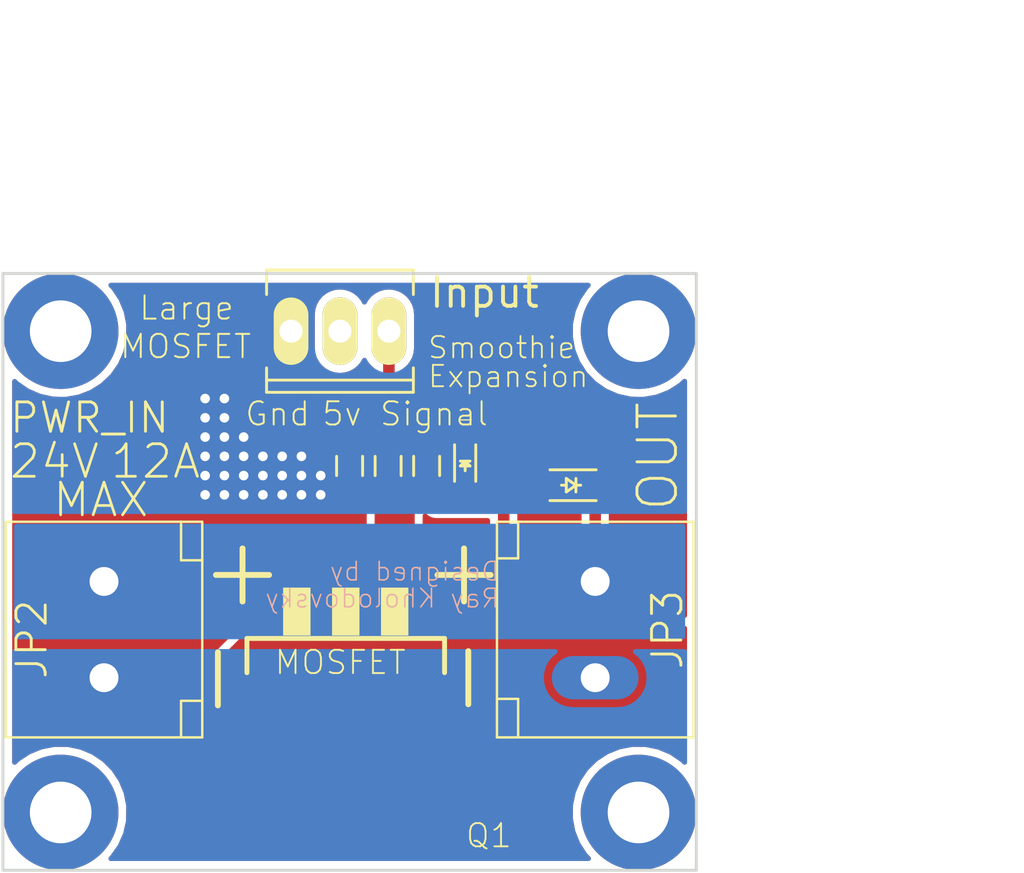
<source format=kicad_pcb>
(kicad_pcb (version 4) (host pcbnew 4.0.2-stable)

  (general
    (links 40)
    (no_connects 0)
    (area 101.7726 75.65 187.5 120.6524)
    (thickness 1.6)
    (drawings 25)
    (tracks 35)
    (zones 0)
    (modules 40)
    (nets 7)
  )

  (page A4)
  (layers
    (0 Top signal hide)
    (31 Bottom signal hide)
    (32 B.Adhes user)
    (33 F.Adhes user)
    (34 B.Paste user)
    (35 F.Paste user)
    (36 B.SilkS user hide)
    (37 F.SilkS user)
    (38 B.Mask user)
    (39 F.Mask user)
    (40 Dwgs.User user)
    (41 Cmts.User user)
    (42 Eco1.User user)
    (43 Eco2.User user)
    (44 Edge.Cuts user)
    (45 Margin user)
    (46 B.CrtYd user)
    (47 F.CrtYd user)
    (48 B.Fab user)
    (49 F.Fab user)
  )

  (setup
    (last_trace_width 0.6)
    (user_trace_width 0.6)
    (user_trace_width 3.8)
    (trace_clearance 0.1524)
    (zone_clearance 0.4064)
    (zone_45_only no)
    (trace_min 0.2)
    (segment_width 0.2)
    (edge_width 0.15)
    (via_size 0.6)
    (via_drill 0.4)
    (via_min_size 0.4)
    (via_min_drill 0.3)
    (uvia_size 0.3)
    (uvia_drill 0.1)
    (uvias_allowed no)
    (uvia_min_size 0.2)
    (uvia_min_drill 0.1)
    (pcb_text_width 0.3)
    (pcb_text_size 1.5 1.5)
    (mod_edge_width 0.15)
    (mod_text_size 1 1)
    (mod_text_width 0.15)
    (pad_size 0.86 0.86)
    (pad_drill 0.5)
    (pad_to_mask_clearance 0.2)
    (aux_axis_origin 0 0)
    (grid_origin 133.5 92.5)
    (visible_elements 7FFFFF7F)
    (pcbplotparams
      (layerselection 0x010fc_80000001)
      (usegerberextensions true)
      (excludeedgelayer true)
      (linewidth 0.100000)
      (plotframeref false)
      (viasonmask false)
      (mode 1)
      (useauxorigin false)
      (hpglpennumber 1)
      (hpglpenspeed 20)
      (hpglpendiameter 15)
      (hpglpenoverlay 2)
      (psnegative false)
      (psa4output false)
      (plotreference true)
      (plotvalue true)
      (plotinvisibletext false)
      (padsonsilk false)
      (subtractmaskfromsilk false)
      (outputformat 1)
      (mirror false)
      (drillshape 0)
      (scaleselection 1)
      (outputdirectory Gerber))
  )

  (net 0 "")
  (net 1 GND)
  (net 2 /FET-LOGIC-IN)
  (net 3 /HEATERVIN)
  (net 4 /E1-CONTROL)
  (net 5 "Net-(Q1-Pad1)")
  (net 6 "Net-(LED7-Pad1)")

  (net_class Default "This is the default net class."
    (clearance 0.1524)
    (trace_width 0.6)
    (via_dia 0.6)
    (via_drill 0.4)
    (uvia_dia 0.3)
    (uvia_drill 0.1)
    (add_net /FET-LOGIC-IN)
    (add_net GND)
    (add_net "Net-(LED7-Pad1)")
    (add_net "Net-(Q1-Pad1)")
  )

  (net_class power ""
    (clearance 0.1524)
    (trace_width 3.8)
    (via_dia 0.6)
    (via_drill 0.4)
    (uvia_dia 0.3)
    (uvia_drill 0.1)
    (add_net /E1-CONTROL)
    (add_net /HEATERVIN)
  )

  (module SBV2_Footprints:M3_Mounting_Hole (layer Top) (tedit 5752340A) (tstamp 57522631)
    (at 133.5 92.5)
    (path /573F3B65)
    (fp_text reference M1 (at 0 -0.5) (layer F.SilkS) hide
      (effects (font (size 1 1) (thickness 0.15)))
    )
    (fp_text value MH_3.2mm (at 0 -4.318) (layer F.Fab) hide
      (effects (font (size 1 1) (thickness 0.15)))
    )
    (pad "" np_thru_hole circle (at 0 0) (size 6 6) (drill 3.2) (layers *.Cu *.Mask))
  )

  (module SBV2_Footprints:M3_Mounting_Hole (layer Top) (tedit 57523406) (tstamp 57522636)
    (at 163.5 92.5)
    (path /573F3BEA)
    (fp_text reference M2 (at 0 0) (layer F.SilkS) hide
      (effects (font (size 1 1) (thickness 0.15)))
    )
    (fp_text value MH_3.2mm (at 0 -4.318) (layer F.Fab) hide
      (effects (font (size 1 1) (thickness 0.15)))
    )
    (pad "" np_thru_hole circle (at 0 0) (size 6 6) (drill 3.2) (layers *.Cu *.Mask))
  )

  (module SBV2_Footprints:M3_Mounting_Hole (layer Top) (tedit 5752347E) (tstamp 5752263B)
    (at 133.5 117.5)
    (path /575224B1)
    (fp_text reference M3 (at 0 0) (layer F.SilkS) hide
      (effects (font (size 1 1) (thickness 0.15)))
    )
    (fp_text value MH_3.2mm (at 0 0) (layer F.Fab) hide
      (effects (font (size 1 1) (thickness 0.15)))
    )
    (pad "" np_thru_hole circle (at 0 0) (size 6 6) (drill 3.2) (layers *.Cu *.Mask))
  )

  (module SBV2_Footprints:M3_Mounting_Hole (layer Top) (tedit 57523481) (tstamp 57522640)
    (at 163.5 117.5)
    (path /575224EC)
    (fp_text reference M4 (at 0 0) (layer F.SilkS) hide
      (effects (font (size 1 1) (thickness 0.15)))
    )
    (fp_text value MH_3.2mm (at 0 0) (layer F.Fab) hide
      (effects (font (size 1 1) (thickness 0.15)))
    )
    (pad "" np_thru_hole circle (at 0 0) (size 6 6) (drill 3.2) (layers *.Cu *.Mask))
  )

  (module Diodes_SMD:SOD-323 (layer Top) (tedit 57523632) (tstamp 575229E2)
    (at 160 100.5 180)
    (descr SOD-323)
    (tags SOD-323)
    (path /57522938)
    (attr smd)
    (fp_text reference D11 (at 0 0 180) (layer F.SilkS) hide
      (effects (font (size 1 1) (thickness 0.15)))
    )
    (fp_text value 1N4148 (at -4.5 0 180) (layer F.Fab) hide
      (effects (font (size 1 1) (thickness 0.15)))
    )
    (fp_line (start 0.25 0) (end 0.5 0) (layer F.SilkS) (width 0.15))
    (fp_line (start -0.25 0) (end -0.5 0) (layer F.SilkS) (width 0.15))
    (fp_line (start -0.25 0) (end 0.25 -0.35) (layer F.SilkS) (width 0.15))
    (fp_line (start 0.25 -0.35) (end 0.25 0.35) (layer F.SilkS) (width 0.15))
    (fp_line (start 0.25 0.35) (end -0.25 0) (layer F.SilkS) (width 0.15))
    (fp_line (start -0.25 -0.35) (end -0.25 0.35) (layer F.SilkS) (width 0.15))
    (fp_line (start -1.5 -0.95) (end 1.5 -0.95) (layer F.CrtYd) (width 0.05))
    (fp_line (start 1.5 -0.95) (end 1.5 0.95) (layer F.CrtYd) (width 0.05))
    (fp_line (start -1.5 0.95) (end 1.5 0.95) (layer F.CrtYd) (width 0.05))
    (fp_line (start -1.5 -0.95) (end -1.5 0.95) (layer F.CrtYd) (width 0.05))
    (fp_line (start -1.3 0.8) (end 1.1 0.8) (layer F.SilkS) (width 0.15))
    (fp_line (start -1.3 -0.8) (end 1.1 -0.8) (layer F.SilkS) (width 0.15))
    (pad 1 smd rect (at -1.055 0 180) (size 0.59 0.45) (layers Top F.Paste F.Mask)
      (net 3 /HEATERVIN))
    (pad 2 smd rect (at 1.055 0 180) (size 0.59 0.45) (layers Top F.Paste F.Mask)
      (net 4 /E1-CONTROL))
  )

  (module SBV2_Footprints:Hdr_MOLEX-KK-RM2-54mm_Lock_3pin_straight (layer Top) (tedit 57523488) (tstamp 575229E7)
    (at 148 92.5)
    (descr "Header, MOLEX, KK, RM 2.54mm, Lock, 3pin, straight,")
    (tags "Header, MOLEX, KK, RM 2.54mm, Lock, 3pin, straight,")
    (path /5752267E)
    (fp_text reference JP1 (at 0 -4.064) (layer F.SilkS) hide
      (effects (font (size 1 1) (thickness 0.15)))
    )
    (fp_text value Input (at 7.5 -2) (layer F.SilkS)
      (effects (font (size 1.5 1.5) (thickness 0.2)))
    )
    (fp_line (start 3.81 2.54) (end -3.81 2.54) (layer F.SilkS) (width 0.15))
    (fp_line (start 3.81 1.905) (end 3.81 3.175) (layer F.SilkS) (width 0.15))
    (fp_line (start -3.81 -1.905) (end -3.81 -3.175) (layer F.SilkS) (width 0.15))
    (fp_line (start -3.81 -3.175) (end 3.81 -3.175) (layer F.SilkS) (width 0.15))
    (fp_line (start 3.81 -3.175) (end 3.81 -1.905) (layer F.SilkS) (width 0.15))
    (fp_line (start 3.81 3.175) (end -3.81 3.175) (layer F.SilkS) (width 0.15))
    (fp_line (start -3.81 3.175) (end -3.81 1.905) (layer F.SilkS) (width 0.15))
    (pad 1 thru_hole oval (at -2.54 0) (size 1.80086 3.50012) (drill 1.19888) (layers *.Cu *.Mask F.SilkS)
      (net 1 GND))
    (pad 2 thru_hole oval (at 0 0) (size 1.80086 3.50012) (drill 1.19888) (layers *.Cu *.Mask F.SilkS))
    (pad 3 thru_hole oval (at 2.54 0) (size 1.80086 3.50012) (drill 1.19888) (layers *.Cu *.Mask F.SilkS)
      (net 2 /FET-LOGIC-IN))
    (model walter/conn_kk100/22-23-2031.wrl
      (at (xyz 0 0 0))
      (scale (xyz 1 1 1))
      (rotate (xyz 0 0 180))
    )
  )

  (module LEDs:LED-0603 (layer Top) (tedit 57523636) (tstamp 575229ED)
    (at 154.5 99.5 270)
    (descr "LED 0603 smd package")
    (tags "LED led 0603 SMD smd SMT smt smdled SMDLED smtled SMTLED")
    (path /575228BB)
    (attr smd)
    (fp_text reference LED7 (at 0 0 270) (layer F.SilkS) hide
      (effects (font (size 1 1) (thickness 0.15)))
    )
    (fp_text value LED (at 3 0 270) (layer F.Fab) hide
      (effects (font (size 1 1) (thickness 0.15)))
    )
    (fp_line (start -1.1 0.55) (end 0.8 0.55) (layer F.SilkS) (width 0.15))
    (fp_line (start -1.1 -0.55) (end 0.8 -0.55) (layer F.SilkS) (width 0.15))
    (fp_line (start -0.2 0) (end 0.25 0) (layer F.SilkS) (width 0.15))
    (fp_line (start -0.25 -0.25) (end -0.25 0.25) (layer F.SilkS) (width 0.15))
    (fp_line (start -0.25 0) (end 0 -0.25) (layer F.SilkS) (width 0.15))
    (fp_line (start 0 -0.25) (end 0 0.25) (layer F.SilkS) (width 0.15))
    (fp_line (start 0 0.25) (end -0.25 0) (layer F.SilkS) (width 0.15))
    (fp_line (start 1.4 -0.75) (end 1.4 0.75) (layer F.CrtYd) (width 0.05))
    (fp_line (start 1.4 0.75) (end -1.4 0.75) (layer F.CrtYd) (width 0.05))
    (fp_line (start -1.4 0.75) (end -1.4 -0.75) (layer F.CrtYd) (width 0.05))
    (fp_line (start -1.4 -0.75) (end 1.4 -0.75) (layer F.CrtYd) (width 0.05))
    (pad 2 smd rect (at 0.7493 0 90) (size 0.79756 0.79756) (layers Top F.Paste F.Mask)
      (net 3 /HEATERVIN))
    (pad 1 smd rect (at -0.7493 0 90) (size 0.79756 0.79756) (layers Top F.Paste F.Mask)
      (net 6 "Net-(LED7-Pad1)"))
  )

  (module Resistors_SMD:R_0603 (layer Top) (tedit 5752363E) (tstamp 575229F2)
    (at 150.5 99.5 90)
    (descr "Resistor SMD 0603, reflow soldering, Vishay (see dcrcw.pdf)")
    (tags "resistor 0603")
    (path /57522767)
    (attr smd)
    (fp_text reference R35 (at 0 0 90) (layer F.SilkS) hide
      (effects (font (size 1 1) (thickness 0.15)))
    )
    (fp_text value 10R (at -3 0 90) (layer F.Fab) hide
      (effects (font (size 1 1) (thickness 0.15)))
    )
    (fp_line (start -1.3 -0.8) (end 1.3 -0.8) (layer F.CrtYd) (width 0.05))
    (fp_line (start -1.3 0.8) (end 1.3 0.8) (layer F.CrtYd) (width 0.05))
    (fp_line (start -1.3 -0.8) (end -1.3 0.8) (layer F.CrtYd) (width 0.05))
    (fp_line (start 1.3 -0.8) (end 1.3 0.8) (layer F.CrtYd) (width 0.05))
    (fp_line (start 0.5 0.675) (end -0.5 0.675) (layer F.SilkS) (width 0.15))
    (fp_line (start -0.5 -0.675) (end 0.5 -0.675) (layer F.SilkS) (width 0.15))
    (pad 1 smd rect (at -0.75 0 90) (size 0.5 0.9) (layers Top F.Paste F.Mask)
      (net 5 "Net-(Q1-Pad1)"))
    (pad 2 smd rect (at 0.75 0 90) (size 0.5 0.9) (layers Top F.Paste F.Mask)
      (net 2 /FET-LOGIC-IN))
    (model Resistors_SMD.3dshapes/R_0603.wrl
      (at (xyz 0 0 0))
      (scale (xyz 1 1 1))
      (rotate (xyz 0 0 0))
    )
  )

  (module Resistors_SMD:R_0603 (layer Top) (tedit 57523641) (tstamp 575229F7)
    (at 148.5 99.5 90)
    (descr "Resistor SMD 0603, reflow soldering, Vishay (see dcrcw.pdf)")
    (tags "resistor 0603")
    (path /575227C0)
    (attr smd)
    (fp_text reference R36 (at 0 0 90) (layer F.SilkS) hide
      (effects (font (size 1 1) (thickness 0.15)))
    )
    (fp_text value 100k (at -3.5 0 90) (layer F.Fab) hide
      (effects (font (size 1 1) (thickness 0.15)))
    )
    (fp_line (start -1.3 -0.8) (end 1.3 -0.8) (layer F.CrtYd) (width 0.05))
    (fp_line (start -1.3 0.8) (end 1.3 0.8) (layer F.CrtYd) (width 0.05))
    (fp_line (start -1.3 -0.8) (end -1.3 0.8) (layer F.CrtYd) (width 0.05))
    (fp_line (start 1.3 -0.8) (end 1.3 0.8) (layer F.CrtYd) (width 0.05))
    (fp_line (start 0.5 0.675) (end -0.5 0.675) (layer F.SilkS) (width 0.15))
    (fp_line (start -0.5 -0.675) (end 0.5 -0.675) (layer F.SilkS) (width 0.15))
    (pad 1 smd rect (at -0.75 0 90) (size 0.5 0.9) (layers Top F.Paste F.Mask)
      (net 1 GND))
    (pad 2 smd rect (at 0.75 0 90) (size 0.5 0.9) (layers Top F.Paste F.Mask)
      (net 2 /FET-LOGIC-IN))
    (model Resistors_SMD.3dshapes/R_0603.wrl
      (at (xyz 0 0 0))
      (scale (xyz 1 1 1))
      (rotate (xyz 0 0 0))
    )
  )

  (module Resistors_SMD:R_0603 (layer Top) (tedit 5752363A) (tstamp 575229FC)
    (at 152.5 99.5 270)
    (descr "Resistor SMD 0603, reflow soldering, Vishay (see dcrcw.pdf)")
    (tags "resistor 0603")
    (path /57522714)
    (attr smd)
    (fp_text reference R37 (at 0 0 270) (layer F.SilkS) hide
      (effects (font (size 1 1) (thickness 0.15)))
    )
    (fp_text value 1k5 (at 3 0 270) (layer F.Fab) hide
      (effects (font (size 1 1) (thickness 0.15)))
    )
    (fp_line (start -1.3 -0.8) (end 1.3 -0.8) (layer F.CrtYd) (width 0.05))
    (fp_line (start -1.3 0.8) (end 1.3 0.8) (layer F.CrtYd) (width 0.05))
    (fp_line (start -1.3 -0.8) (end -1.3 0.8) (layer F.CrtYd) (width 0.05))
    (fp_line (start 1.3 -0.8) (end 1.3 0.8) (layer F.CrtYd) (width 0.05))
    (fp_line (start 0.5 0.675) (end -0.5 0.675) (layer F.SilkS) (width 0.15))
    (fp_line (start -0.5 -0.675) (end 0.5 -0.675) (layer F.SilkS) (width 0.15))
    (pad 1 smd rect (at -0.75 0 270) (size 0.5 0.9) (layers Top F.Paste F.Mask)
      (net 6 "Net-(LED7-Pad1)"))
    (pad 2 smd rect (at 0.75 0 270) (size 0.5 0.9) (layers Top F.Paste F.Mask)
      (net 4 /E1-CONTROL))
    (model Resistors_SMD.3dshapes/R_0603.wrl
      (at (xyz 0 0 0))
      (scale (xyz 1 1 1))
      (rotate (xyz 0 0 0))
    )
  )

  (module SBV2_Footprints:VIA_GND_0.86mm (layer Top) (tedit 5752351F) (tstamp 575226DF)
    (at 147 101)
    (path /57523E0B)
    (fp_text reference V27 (at 0 1.143) (layer F.SilkS) hide
      (effects (font (size 1 1) (thickness 0.15)))
    )
    (fp_text value VIA_GND (at -42 1) (layer F.Fab)
      (effects (font (size 1 1) (thickness 0.15)))
    )
    (pad 1 thru_hole circle (at 0 0 90) (size 0.86 0.86) (drill 0.5) (layers *.Cu)
      (net 1 GND))
  )

  (module SBV2_Footprints:VIA_GND_0.86mm (layer Top) (tedit 57523523) (tstamp 575226DA)
    (at 146 101)
    (path /57523DF9)
    (fp_text reference V26 (at 0 1.143) (layer F.SilkS) hide
      (effects (font (size 1 1) (thickness 0.15)))
    )
    (fp_text value VIA_GND (at -41 5) (layer F.Fab)
      (effects (font (size 1 1) (thickness 0.15)))
    )
    (pad 1 thru_hole circle (at 0 0 90) (size 0.86 0.86) (drill 0.5) (layers *.Cu)
      (net 1 GND))
  )

  (module SBV2_Footprints:VIA_GND_0.86mm (layer Top) (tedit 575234F4) (tstamp 575226D5)
    (at 145 101)
    (path /57523DE7)
    (fp_text reference V25 (at 0 1.143) (layer F.SilkS) hide
      (effects (font (size 1 1) (thickness 0.15)))
    )
    (fp_text value VIA_GND (at -32.5 3) (layer F.Fab)
      (effects (font (size 1 1) (thickness 0.15)))
    )
    (pad 1 thru_hole circle (at 0 0 90) (size 0.86 0.86) (drill 0.5) (layers *.Cu)
      (net 1 GND))
  )

  (module SBV2_Footprints:VIA_GND_0.86mm (layer Top) (tedit 57523524) (tstamp 575226D0)
    (at 144 101)
    (path /57523E05)
    (fp_text reference V24 (at 0 1.143) (layer F.SilkS) hide
      (effects (font (size 1 1) (thickness 0.15)))
    )
    (fp_text value VIA_GND (at -39 6.5) (layer F.Fab)
      (effects (font (size 1 1) (thickness 0.15)))
    )
    (pad 1 thru_hole circle (at 0 0 90) (size 0.86 0.86) (drill 0.5) (layers *.Cu)
      (net 1 GND))
  )

  (module SBV2_Footprints:VIA_GND_0.86mm (layer Top) (tedit 57523506) (tstamp 575226CB)
    (at 143 101)
    (path /57523DF3)
    (fp_text reference V23 (at 0 1.143) (layer F.SilkS) hide
      (effects (font (size 1 1) (thickness 0.15)))
    )
    (fp_text value VIA_GND (at -30.5 7) (layer F.Fab)
      (effects (font (size 1 1) (thickness 0.15)))
    )
    (pad 1 thru_hole circle (at 0 0 90) (size 0.86 0.86) (drill 0.5) (layers *.Cu)
      (net 1 GND))
  )

  (module SBV2_Footprints:VIA_GND_0.86mm (layer Top) (tedit 5752350A) (tstamp 575226C6)
    (at 142 101)
    (path /57523DE1)
    (fp_text reference V22 (at 0 1.143) (layer F.SilkS) hide
      (effects (font (size 1 1) (thickness 0.15)))
    )
    (fp_text value VIA_GND (at -29.5 9) (layer F.Fab)
      (effects (font (size 1 1) (thickness 0.15)))
    )
    (pad 1 thru_hole circle (at 0 0 90) (size 0.86 0.86) (drill 0.5) (layers *.Cu)
      (net 1 GND))
  )

  (module SBV2_Footprints:VIA_GND_0.86mm (layer Top) (tedit 5752351B) (tstamp 575226C1)
    (at 147 100)
    (path /57523DFF)
    (fp_text reference V21 (at 0 1.143) (layer F.SilkS) hide
      (effects (font (size 1 1) (thickness 0.15)))
    )
    (fp_text value VIA_GND (at -41.5 -1.5) (layer F.Fab)
      (effects (font (size 1 1) (thickness 0.15)))
    )
    (pad 1 thru_hole circle (at 0 0 90) (size 0.86 0.86) (drill 0.5) (layers *.Cu)
      (net 1 GND))
  )

  (module SBV2_Footprints:VIA_GND_0.86mm (layer Top) (tedit 57523521) (tstamp 575226BC)
    (at 146 100)
    (path /57523DED)
    (fp_text reference V20 (at 0 1.143) (layer F.SilkS) hide
      (effects (font (size 1 1) (thickness 0.15)))
    )
    (fp_text value VIA_GND (at -41 4) (layer F.Fab)
      (effects (font (size 1 1) (thickness 0.15)))
    )
    (pad 1 thru_hole circle (at 0 0 90) (size 0.86 0.86) (drill 0.5) (layers *.Cu)
      (net 1 GND))
  )

  (module SBV2_Footprints:VIA_GND_0.86mm (layer Top) (tedit 575234F1) (tstamp 575226B7)
    (at 145 100)
    (path /57523DDB)
    (fp_text reference V19 (at 0 1.143) (layer F.SilkS) hide
      (effects (font (size 1 1) (thickness 0.15)))
    )
    (fp_text value VIA_GND (at -32.5 2) (layer F.Fab)
      (effects (font (size 1 1) (thickness 0.15)))
    )
    (pad 1 thru_hole circle (at 0 0 90) (size 0.86 0.86) (drill 0.5) (layers *.Cu)
      (net 1 GND))
  )

  (module SBV2_Footprints:VIA_GND_0.86mm (layer Top) (tedit 57523503) (tstamp 575226B2)
    (at 144 100)
    (path /57523CEC)
    (fp_text reference V18 (at 0 1.143) (layer F.SilkS) hide
      (effects (font (size 1 1) (thickness 0.15)))
    )
    (fp_text value VIA_GND (at -31.5 6) (layer F.Fab)
      (effects (font (size 1 1) (thickness 0.15)))
    )
    (pad 1 thru_hole circle (at 0 0 90) (size 0.86 0.86) (drill 0.5) (layers *.Cu)
      (net 1 GND))
  )

  (module SBV2_Footprints:VIA_GND_0.86mm (layer Top) (tedit 575234D6) (tstamp 575226AD)
    (at 143 100)
    (path /57523CDA)
    (fp_text reference V17 (at 0 1.143) (layer F.SilkS) hide
      (effects (font (size 1 1) (thickness 0.15)))
    )
    (fp_text value VIA_GND (at -30.5 -12) (layer F.Fab)
      (effects (font (size 1 1) (thickness 0.15)))
    )
    (pad 1 thru_hole circle (at 0 0 90) (size 0.86 0.86) (drill 0.5) (layers *.Cu)
      (net 1 GND))
  )

  (module SBV2_Footprints:VIA_GND_0.86mm (layer Top) (tedit 575234E5) (tstamp 575226A8)
    (at 142 100)
    (path /57523CC8)
    (fp_text reference V16 (at 0 1.143) (layer F.SilkS) hide
      (effects (font (size 1 1) (thickness 0.15)))
    )
    (fp_text value VIA_GND (at -29.5 -4) (layer F.Fab)
      (effects (font (size 1 1) (thickness 0.15)))
    )
    (pad 1 thru_hole circle (at 0 0 90) (size 0.86 0.86) (drill 0.5) (layers *.Cu)
      (net 1 GND))
  )

  (module SBV2_Footprints:VIA_GND_0.86mm (layer Top) (tedit 575234ED) (tstamp 575226A3)
    (at 141 101)
    (path /57523CE6)
    (fp_text reference V15 (at 0 1.143) (layer F.SilkS) hide
      (effects (font (size 1 1) (thickness 0.15)))
    )
    (fp_text value VIA_GND (at -28.5 -1) (layer F.Fab)
      (effects (font (size 1 1) (thickness 0.15)))
    )
    (pad 1 thru_hole circle (at 0 0 90) (size 0.86 0.86) (drill 0.5) (layers *.Cu)
      (net 1 GND))
  )

  (module SBV2_Footprints:VIA_GND_0.86mm (layer Top) (tedit 575234DC) (tstamp 5752269E)
    (at 141 100)
    (path /57523CD4)
    (fp_text reference V14 (at 0 1.143) (layer F.SilkS) hide
      (effects (font (size 1 1) (thickness 0.15)))
    )
    (fp_text value VIA_GND (at -28.5 -8) (layer F.Fab)
      (effects (font (size 1 1) (thickness 0.15)))
    )
    (pad 1 thru_hole circle (at 0 0 90) (size 0.86 0.86) (drill 0.5) (layers *.Cu)
      (net 1 GND))
  )

  (module SBV2_Footprints:VIA_GND_0.86mm (layer Top) (tedit 575234E0) (tstamp 57522699)
    (at 141 99)
    (path /57523CC2)
    (fp_text reference V13 (at 0 1.143) (layer F.SilkS) hide
      (effects (font (size 1 1) (thickness 0.15)))
    )
    (fp_text value VIA_GND (at -28.5 -5) (layer F.Fab)
      (effects (font (size 1 1) (thickness 0.15)))
    )
    (pad 1 thru_hole circle (at 0 0 90) (size 0.86 0.86) (drill 0.5) (layers *.Cu)
      (net 1 GND))
  )

  (module SBV2_Footprints:VIA_GND_0.86mm (layer Top) (tedit 57523514) (tstamp 57522694)
    (at 141 96)
    (path /57523CE0)
    (fp_text reference V12 (at 0 1.143) (layer F.SilkS) hide
      (effects (font (size 1 1) (thickness 0.15)))
    )
    (fp_text value VIA_GND (at -36 -6) (layer F.Fab)
      (effects (font (size 1 1) (thickness 0.15)))
    )
    (pad 1 thru_hole circle (at 0 0 90) (size 0.86 0.86) (drill 0.5) (layers *.Cu)
      (net 1 GND))
  )

  (module SBV2_Footprints:VIA_GND_0.86mm (layer Top) (tedit 5752351D) (tstamp 5752268F)
    (at 143 99)
    (path /57523CCE)
    (fp_text reference V11 (at 0 1.143) (layer F.SilkS) hide
      (effects (font (size 1 1) (thickness 0.15)))
    )
    (fp_text value VIA_GND (at -38 1) (layer F.Fab)
      (effects (font (size 1 1) (thickness 0.15)))
    )
    (pad 1 thru_hole circle (at 0 0 90) (size 0.86 0.86) (drill 0.5) (layers *.Cu)
      (net 1 GND))
  )

  (module SBV2_Footprints:VIA_GND_0.86mm (layer Top) (tedit 575234E8) (tstamp 5752268A)
    (at 142 99)
    (path /57523CBC)
    (fp_text reference V10 (at 0 1.143) (layer F.SilkS) hide
      (effects (font (size 1 1) (thickness 0.15)))
    )
    (fp_text value VIA_GND (at -29.5 -1) (layer F.Fab)
      (effects (font (size 1 1) (thickness 0.15)))
    )
    (pad 1 thru_hole circle (at 0 0 90) (size 0.86 0.86) (drill 0.5) (layers *.Cu)
      (net 1 GND))
  )

  (module SBV2_Footprints:VIA_GND_0.86mm (layer Top) (tedit 5752351A) (tstamp 57522685)
    (at 141 97)
    (path /57523A62)
    (fp_text reference V9 (at 0 1.143) (layer F.SilkS) hide
      (effects (font (size 1 1) (thickness 0.15)))
    )
    (fp_text value VIA_GND (at -35.5 -0.5) (layer F.Fab)
      (effects (font (size 1 1) (thickness 0.15)))
    )
    (pad 1 thru_hole circle (at 0 0 90) (size 0.86 0.86) (drill 0.5) (layers *.Cu)
      (net 1 GND))
  )

  (module SBV2_Footprints:VIA_GND_0.86mm (layer Top) (tedit 57523526) (tstamp 57522680)
    (at 144 99)
    (path /57523963)
    (fp_text reference V8 (at 0 1.143) (layer F.SilkS) hide
      (effects (font (size 1 1) (thickness 0.15)))
    )
    (fp_text value VIA_GND (at -38.5 11) (layer F.Fab)
      (effects (font (size 1 1) (thickness 0.15)))
    )
    (pad 1 thru_hole circle (at 0 0 90) (size 0.86 0.86) (drill 0.5) (layers *.Cu)
      (net 1 GND))
  )

  (module SBV2_Footprints:VIA_GND_0.86mm (layer Top) (tedit 57523513) (tstamp 5752267B)
    (at 142 98)
    (path /57523890)
    (fp_text reference V7 (at 0 1.143) (layer F.SilkS) hide
      (effects (font (size 1 1) (thickness 0.15)))
    )
    (fp_text value VIA_GND (at -37 -10.5) (layer F.Fab)
      (effects (font (size 1 1) (thickness 0.15)))
    )
    (pad 1 thru_hole circle (at 0 0 90) (size 0.86 0.86) (drill 0.5) (layers *.Cu)
      (net 1 GND))
  )

  (module SBV2_Footprints:VIA_GND_0.86mm (layer Top) (tedit 57523511) (tstamp 57522676)
    (at 141 98)
    (path /57523A5C)
    (fp_text reference V6 (at 0 1.143) (layer F.SilkS) hide
      (effects (font (size 1 1) (thickness 0.15)))
    )
    (fp_text value VIA_GND (at -36 -12.5) (layer F.Fab)
      (effects (font (size 1 1) (thickness 0.15)))
    )
    (pad 1 thru_hole circle (at 0 0 90) (size 0.86 0.86) (drill 0.5) (layers *.Cu)
      (net 1 GND))
  )

  (module SBV2_Footprints:VIA_GND_0.86mm (layer Top) (tedit 57523528) (tstamp 57522671)
    (at 145 99)
    (path /57523917)
    (fp_text reference V5 (at 0 1.143) (layer F.SilkS) hide
      (effects (font (size 1 1) (thickness 0.15)))
    )
    (fp_text value VIA_GND (at -40 -16) (layer F.Fab)
      (effects (font (size 1 1) (thickness 0.15)))
    )
    (pad 1 thru_hole circle (at 0 0 90) (size 0.86 0.86) (drill 0.5) (layers *.Cu)
      (net 1 GND))
  )

  (module SBV2_Footprints:VIA_GND_0.86mm (layer Top) (tedit 57523516) (tstamp 5752266C)
    (at 142 96)
    (path /5752384D)
    (fp_text reference V4 (at 0 1.143) (layer F.SilkS) hide
      (effects (font (size 1 1) (thickness 0.15)))
    )
    (fp_text value VIA_GND (at -37 -4) (layer F.Fab)
      (effects (font (size 1 1) (thickness 0.15)))
    )
    (pad 1 thru_hole circle (at 0 0 90) (size 0.86 0.86) (drill 0.5) (layers *.Cu)
      (net 1 GND))
  )

  (module SBV2_Footprints:VIA_GND_0.86mm (layer Top) (tedit 57523517) (tstamp 57522667)
    (at 142 97)
    (path /57523A56)
    (fp_text reference V3 (at 0 1.143) (layer F.SilkS) hide
      (effects (font (size 1 1) (thickness 0.15)))
    )
    (fp_text value VIA_GND (at -36.5 -3) (layer F.Fab)
      (effects (font (size 1 1) (thickness 0.15)))
    )
    (pad 1 thru_hole circle (at 0 0 90) (size 0.86 0.86) (drill 0.5) (layers *.Cu)
      (net 1 GND))
  )

  (module SBV2_Footprints:VIA_GND_0.86mm (layer Top) (tedit 575234DD) (tstamp 57522662)
    (at 146 99)
    (path /575238D2)
    (fp_text reference V2 (at 0 1.143) (layer F.SilkS) hide
      (effects (font (size 1 1) (thickness 0.15)))
    )
    (fp_text value VIA_GND (at -33.5 -9) (layer F.Fab)
      (effects (font (size 1 1) (thickness 0.15)))
    )
    (pad 1 thru_hole circle (at 0 0 90) (size 0.86 0.86) (drill 0.5) (layers *.Cu)
      (net 1 GND))
  )

  (module SBV2_Footprints:VIA_GND_0.86mm (layer Top) (tedit 5752350F) (tstamp 5752265D)
    (at 143 98)
    (path /5752362C)
    (fp_text reference V1 (at 0 1.143) (layer F.SilkS) hide
      (effects (font (size 1 1) (thickness 0.15)))
    )
    (fp_text value VIA_GND (at -30.5 -12.5) (layer F.Fab)
      (effects (font (size 1 1) (thickness 0.15)))
    )
    (pad 1 thru_hole circle (at 0 0 90) (size 0.86 0.86) (drill 0.5) (layers *.Cu)
      (net 1 GND))
  )

  (module SBV2_Footprints:Weidmuller_1715250000 (layer Top) (tedit 57523F81) (tstamp 5752262C)
    (at 161.25 110.5 90)
    (path /57522632)
    (fp_text reference JP3 (at 2.5 3.75 90) (layer F.SilkS)
      (effects (font (thickness 0.15)))
    )
    (fp_text value OUT (at 11.5 3.25 270) (layer F.SilkS)
      (effects (font (size 2 2) (thickness 0.15)))
    )
    (fp_line (start -3.1 5.1) (end 8.1 5.1) (layer F.SilkS) (width 0.127))
    (fp_line (start 8.1 5.1) (end 8.1 -4) (layer F.SilkS) (width 0.127))
    (fp_line (start 8.1 -4) (end 8.1 -5.1) (layer F.SilkS) (width 0.127))
    (fp_line (start 8.1 -5.1) (end 6.2 -5.1) (layer F.SilkS) (width 0.127))
    (fp_line (start 6.2 -5.1) (end -1.1 -5.1) (layer F.SilkS) (width 0.127))
    (fp_line (start -1.1 -5.1) (end -3.1 -5.1) (layer F.SilkS) (width 0.127))
    (fp_line (start -3.1 -5.1) (end -3.1 -4) (layer F.SilkS) (width 0.127))
    (fp_line (start -3.1 -4) (end -3.1 5.1) (layer F.SilkS) (width 0.127))
    (fp_line (start -3.1 -4) (end -1.1 -4) (layer F.SilkS) (width 0.127))
    (fp_line (start -1.1 -4) (end -1.1 -5.1) (layer F.SilkS) (width 0.127))
    (fp_line (start 6.2 -5.1) (end 6.2 -4) (layer F.SilkS) (width 0.127))
    (fp_line (start 6.2 -4) (end 8.1 -4) (layer F.SilkS) (width 0.127))
    (pad 1 thru_hole oval (at 0 0 180) (size 4.5 2.25) (drill 1.5) (layers *.Cu *.Mask)
      (net 4 /E1-CONTROL))
    (pad 2 thru_hole oval (at 5 0 180) (size 4.5 2.25) (drill 1.5) (layers *.Cu *.Mask)
      (net 3 /HEATERVIN))
    (model walter/conn_mkds/mkds_1,5-2.wrl
      (at (xyz 0.1 0 0))
      (scale (xyz 1 1 1))
      (rotate (xyz 0 0 0))
    )
  )

  (module SBV2_Footprints:Weidmuller_1715250000 (layer Top) (tedit 57523BC0) (tstamp 57522626)
    (at 135.75 105.5 270)
    (path /57522546)
    (fp_text reference JP2 (at 3 3.75 270) (layer F.SilkS)
      (effects (font (thickness 0.15)))
    )
    (fp_text value PWR_IN (at -8.5 0.75 360) (layer F.SilkS)
      (effects (font (thickness 0.15)))
    )
    (fp_line (start -3.1 5.1) (end 8.1 5.1) (layer F.SilkS) (width 0.127))
    (fp_line (start 8.1 5.1) (end 8.1 -4) (layer F.SilkS) (width 0.127))
    (fp_line (start 8.1 -4) (end 8.1 -5.1) (layer F.SilkS) (width 0.127))
    (fp_line (start 8.1 -5.1) (end 6.2 -5.1) (layer F.SilkS) (width 0.127))
    (fp_line (start 6.2 -5.1) (end -1.1 -5.1) (layer F.SilkS) (width 0.127))
    (fp_line (start -1.1 -5.1) (end -3.1 -5.1) (layer F.SilkS) (width 0.127))
    (fp_line (start -3.1 -5.1) (end -3.1 -4) (layer F.SilkS) (width 0.127))
    (fp_line (start -3.1 -4) (end -3.1 5.1) (layer F.SilkS) (width 0.127))
    (fp_line (start -3.1 -4) (end -1.1 -4) (layer F.SilkS) (width 0.127))
    (fp_line (start -1.1 -4) (end -1.1 -5.1) (layer F.SilkS) (width 0.127))
    (fp_line (start 6.2 -5.1) (end 6.2 -4) (layer F.SilkS) (width 0.127))
    (fp_line (start 6.2 -4) (end 8.1 -4) (layer F.SilkS) (width 0.127))
    (pad 1 thru_hole oval (at 0 0) (size 4.5 2.25) (drill 1.5) (layers *.Cu *.Mask)
      (net 3 /HEATERVIN))
    (pad 2 thru_hole oval (at 5 0) (size 4.5 2.25) (drill 1.5) (layers *.Cu *.Mask)
      (net 1 GND))
    (model walter/conn_mkds/mkds_1,5-2.wrl
      (at (xyz 0.1 0 0))
      (scale (xyz 1 1 1))
      (rotate (xyz 0 0 0))
    )
  )

  (module SBV2_Footprints:D2PACK (layer Top) (tedit 57523BB6) (tstamp 57522658)
    (at 148.3 112.55 180)
    (descr D2PACK)
    (path /575227F4)
    (fp_text reference Q1 (at -8.7 -5.45 360) (layer F.SilkS)
      (effects (font (size 1.2065 1.2065) (thickness 0.09652)) (justify right top))
    )
    (fp_text value MOSFET (at -3.2 3.55 360) (layer F.SilkS)
      (effects (font (size 1.2065 1.2065) (thickness 0.09652)) (justify right top))
    )
    (fp_line (start -5.1308 4.0894) (end 5.1308 4.0894) (layer F.SilkS) (width 0.254))
    (fp_line (start 5.1308 4.0894) (end 5.1308 -4.445) (layer Dwgs.User) (width 0.254))
    (fp_line (start 5.1308 -4.445) (end 3.1242 -5.8166) (layer Dwgs.User) (width 0.254))
    (fp_line (start 3.1242 -5.8166) (end -3.3782 -5.8166) (layer Dwgs.User) (width 0.254))
    (fp_line (start -3.3782 -5.8166) (end -5.1308 -4.699) (layer Dwgs.User) (width 0.254))
    (fp_line (start -5.1308 -4.699) (end -5.1308 -4.445) (layer Dwgs.User) (width 0.254))
    (fp_line (start -5.1308 -4.445) (end -5.1308 4.0894) (layer Dwgs.User) (width 0.254))
    (fp_line (start -5.1308 -4.445) (end 5.1308 -4.445) (layer Dwgs.User) (width 0.254))
    (fp_line (start -5.1308 4.0894) (end -5.1308 2.3114) (layer F.SilkS) (width 0.254))
    (fp_line (start 5.1308 4.0894) (end 5.1308 2.3114) (layer F.SilkS) (width 0.254))
    (fp_poly (pts (xy -3.0988 9.525) (xy -1.9812 9.525) (xy -1.9812 8.1026) (xy -3.0988 8.1026)) (layer Dwgs.User) (width 0))
    (fp_poly (pts (xy -3.2512 8.1534) (xy -1.8288 8.1534) (xy -1.8288 6.731) (xy -3.2512 6.731)) (layer Dwgs.User) (width 0))
    (fp_poly (pts (xy -3.2512 6.731) (xy -1.8288 6.731) (xy -1.8288 4.2418) (xy -3.2512 4.2418)) (layer F.SilkS) (width 0))
    (fp_poly (pts (xy 1.9812 9.525) (xy 3.0988 9.525) (xy 3.0988 8.1026) (xy 1.9812 8.1026)) (layer Dwgs.User) (width 0))
    (fp_poly (pts (xy 1.8288 8.1534) (xy 3.2512 8.1534) (xy 3.2512 6.731) (xy 1.8288 6.731)) (layer Dwgs.User) (width 0))
    (fp_poly (pts (xy 1.8288 6.731) (xy 3.2512 6.731) (xy 3.2512 4.2418) (xy 1.8288 4.2418)) (layer F.SilkS) (width 0))
    (fp_poly (pts (xy -0.7112 6.731) (xy 0.7112 6.731) (xy 0.7112 4.2418) (xy -0.7112 4.2418)) (layer F.SilkS) (width 0))
    (pad 1 smd rect (at -2.54 8.89 180) (size 2.0828 3.81) (layers Top F.Paste F.Mask)
      (net 5 "Net-(Q1-Pad1)"))
    (pad 3 smd rect (at 2.54 8.89 180) (size 2.0828 3.81) (layers Top F.Paste F.Mask)
      (net 1 GND))
    (pad 2 smd rect (at 0 -2.54 180) (size 11.43 8.89) (layers Top F.Paste F.Mask)
      (net 4 /E1-CONTROL))
    (model walter/smd_trans/d2-pak.wrl
      (at (xyz 0 -0.1 0))
      (scale (xyz 1 1 1))
      (rotate (xyz 0 0 0))
    )
  )

  (dimension 31 (width 0.3) (layer Dwgs.User)
    (gr_text "31.000 mm" (at 180.85 105 270) (layer Dwgs.User)
      (effects (font (size 1.5 1.5) (thickness 0.3)))
    )
    (feature1 (pts (xy 167.5 120.5) (xy 182.2 120.5)))
    (feature2 (pts (xy 167.5 89.5) (xy 182.2 89.5)))
    (crossbar (pts (xy 179.5 89.5) (xy 179.5 120.5)))
    (arrow1a (pts (xy 179.5 120.5) (xy 178.913579 119.373496)))
    (arrow1b (pts (xy 179.5 120.5) (xy 180.086421 119.373496)))
    (arrow2a (pts (xy 179.5 89.5) (xy 178.913579 90.626504)))
    (arrow2b (pts (xy 179.5 89.5) (xy 180.086421 90.626504)))
  )
  (dimension 36 (width 0.3) (layer Dwgs.User)
    (gr_text "36.000 mm" (at 148.5 77.15) (layer Dwgs.User)
      (effects (font (size 1.5 1.5) (thickness 0.3)))
    )
    (feature1 (pts (xy 166.5 88.5) (xy 166.5 75.8)))
    (feature2 (pts (xy 130.5 88.5) (xy 130.5 75.8)))
    (crossbar (pts (xy 130.5 78.5) (xy 166.5 78.5)))
    (arrow1a (pts (xy 166.5 78.5) (xy 165.373496 79.086421)))
    (arrow1b (pts (xy 166.5 78.5) (xy 165.373496 77.913579)))
    (arrow2a (pts (xy 130.5 78.5) (xy 131.626504 79.086421)))
    (arrow2b (pts (xy 130.5 78.5) (xy 131.626504 77.913579)))
  )
  (dimension 30 (width 0.3) (layer Dwgs.User)
    (gr_text "30.000 mm" (at 148.5 83.15) (layer Dwgs.User)
      (effects (font (size 1.5 1.5) (thickness 0.3)))
    )
    (feature1 (pts (xy 133.5 92.5) (xy 133.5 81.8)))
    (feature2 (pts (xy 163.5 92.5) (xy 163.5 81.8)))
    (crossbar (pts (xy 163.5 84.5) (xy 133.5 84.5)))
    (arrow1a (pts (xy 133.5 84.5) (xy 134.626504 83.913579)))
    (arrow1b (pts (xy 133.5 84.5) (xy 134.626504 85.086421)))
    (arrow2a (pts (xy 163.5 84.5) (xy 162.373496 83.913579)))
    (arrow2b (pts (xy 163.5 84.5) (xy 162.373496 85.086421)))
  )
  (dimension 25 (width 0.3) (layer Dwgs.User)
    (gr_text "25.000 mm" (at 171.85 105 270) (layer Dwgs.User)
      (effects (font (size 1.5 1.5) (thickness 0.3)))
    )
    (feature1 (pts (xy 163.5 117.5) (xy 173.2 117.5)))
    (feature2 (pts (xy 163.5 92.5) (xy 173.2 92.5)))
    (crossbar (pts (xy 170.5 92.5) (xy 170.5 117.5)))
    (arrow1a (pts (xy 170.5 117.5) (xy 169.913579 116.373496)))
    (arrow1b (pts (xy 170.5 117.5) (xy 171.086421 116.373496)))
    (arrow2a (pts (xy 170.5 92.5) (xy 169.913579 93.626504)))
    (arrow2b (pts (xy 170.5 92.5) (xy 171.086421 93.626504)))
  )
  (gr_text - (at 154 97.5) (layer F.SilkS) (tstamp A028E40)
    (effects (font (size 0.77216 0.77216) (thickness 0.065024)) (justify left bottom))
  )
  (gr_line (start 130.5011 120.5036) (end 166.5011 120.5036) (layer Edge.Cuts) (width 0.15) (tstamp A01FCC0))
  (gr_line (start 166.5011 120.5036) (end 166.5011 89.5036) (layer Edge.Cuts) (width 0.15) (tstamp A0204C0))
  (gr_line (start 166.5011 89.5036) (end 130.5011 89.5036) (layer Edge.Cuts) (width 0.15) (tstamp A020CC0))
  (gr_line (start 130.5011 89.5036) (end 130.5011 120.5036) (layer Edge.Cuts) (width 0.15) (tstamp A0214C0))
  (gr_text + (at 140.5 107) (layer F.SilkS) (tstamp A021CC0)
    (effects (font (size 3.6195 3.6195) (thickness 0.3048)) (justify left bottom))
  )
  (gr_text - (at 143.5 113 90) (layer F.SilkS) (tstamp A0222C0)
    (effects (font (size 3.6195 3.6195) (thickness 0.3048)) (justify left bottom))
  )
  (gr_text - (at 156.5 110.5 90) (layer F.SilkS) (tstamp A0228C0)
    (effects (font (size 3.6195 3.6195) (thickness 0.3048)) (justify bottom))
  )
  (gr_text + (at 152 107) (layer F.SilkS) (tstamp A022EC0)
    (effects (font (size 3.6195 3.6195) (thickness 0.3048)) (justify left bottom))
  )
  (gr_text 24V (at 130.75 100.25) (layer F.SilkS) (tstamp A023B40)
    (effects (font (size 1.6891 1.6891) (thickness 0.14224)) (justify left bottom))
  )
  (gr_text MAX (at 133 102.25) (layer F.SilkS) (tstamp A024740)
    (effects (font (size 1.6891 1.6891) (thickness 0.14224)) (justify left bottom))
  )
  (gr_text Gnd (at 143 97.5) (layer F.SilkS) (tstamp A027640)
    (effects (font (size 1.2065 1.2065) (thickness 0.1016)) (justify left bottom))
  )
  (gr_text 5v (at 147 97.5) (layer F.SilkS) (tstamp A027C40)
    (effects (font (size 1.2065 1.2065) (thickness 0.1016)) (justify left bottom))
  )
  (gr_text Signal (at 150 97.5) (layer F.SilkS) (tstamp A028240)
    (effects (font (size 1.2065 1.2065) (thickness 0.1016)) (justify left bottom))
  )
  (gr_text "Designed by" (at 156.3401 105.5436) (layer B.SilkS) (tstamp A029A40)
    (effects (font (size 0.9652 0.9652) (thickness 0.08128)) (justify left bottom mirror))
  )
  (gr_text "Ray Kholodovsky" (at 156.3401 106.9406) (layer B.SilkS) (tstamp A02A140)
    (effects (font (size 0.9652 0.9652) (thickness 0.08128)) (justify left bottom mirror))
  )
  (gr_text Large (at 137.5 92) (layer F.SilkS) (tstamp A02A840)
    (effects (font (size 1.2065 1.2065) (thickness 0.1016)) (justify left bottom))
  )
  (gr_text Smoothie (at 152.5 94) (layer F.SilkS) (tstamp A02AE40)
    (effects (font (size 1.10998 1.10998) (thickness 0.093472)) (justify left bottom))
  )
  (gr_text MOSFET (at 136.5 94) (layer F.SilkS) (tstamp A02D4C0)
    (effects (font (size 1.2065 1.2065) (thickness 0.1016)) (justify left bottom))
  )
  (gr_text Expansion (at 152.5 95.5) (layer F.SilkS) (tstamp A02DAC0)
    (effects (font (size 1.10998 1.10998) (thickness 0.093472)) (justify left bottom))
  )
  (gr_text 12A (at 136 100.25) (layer F.SilkS) (tstamp A02E0C0)
    (effects (font (size 1.6891 1.6891) (thickness 0.14224)) (justify left bottom))
  )

  (segment (start 147 100) (end 146 99) (width 0.6) (layer Top) (net 1))
  (segment (start 145.46 92.5) (end 145.46 98.46) (width 0.6) (layer Top) (net 1))
  (segment (start 145.46 98.46) (end 146 99) (width 0.6) (layer Top) (net 1) (tstamp 575232ED))
  (segment (start 148.5 100.25) (end 147.25 100.25) (width 0.6) (layer Top) (net 1))
  (segment (start 147.25 100.25) (end 147 100) (width 0.6) (layer Top) (net 1) (tstamp 575232E9))
  (segment (start 135.75 110.5) (end 137.5 110.5) (width 3.8) (layer Top) (net 1))
  (segment (start 137.5 110.5) (end 144.34 103.66) (width 3.8) (layer Top) (net 1) (tstamp 57522E33))
  (segment (start 144.34 103.66) (end 145.76 103.66) (width 3.8) (layer Top) (net 1) (tstamp 57522E38))
  (segment (start 145.76 103.66) (end 145.84 103.66) (width 0.6) (layer Top) (net 1))
  (segment (start 145.84 103.66) (end 148.5 101) (width 0.6) (layer Top) (net 1) (tstamp 57522D76))
  (segment (start 148.5 101) (end 148.5 100.25) (width 0.6) (layer Top) (net 1) (tstamp 57522D77))
  (segment (start 150.54 92.5) (end 150.54 98.71) (width 0.6) (layer Top) (net 2))
  (segment (start 150.54 98.71) (end 150.5 98.75) (width 0.6) (layer Top) (net 2) (tstamp 57522D6F))
  (segment (start 150.5 98.75) (end 148.5 98.75) (width 0.6) (layer Top) (net 2) (tstamp 57522D70))
  (segment (start 161.055 100.5) (end 161.055 99.555) (width 0.6) (layer Top) (net 3))
  (segment (start 155.7507 100.2493) (end 154.5 100.2493) (width 0.6) (layer Top) (net 3) (tstamp 57522DF5))
  (segment (start 157 99) (end 155.7507 100.2493) (width 0.6) (layer Top) (net 3) (tstamp 57522DF4))
  (segment (start 160.5 99) (end 157 99) (width 0.6) (layer Top) (net 3) (tstamp 57522DF3))
  (segment (start 161.055 99.555) (end 160.5 99) (width 0.6) (layer Top) (net 3) (tstamp 57522DF2))
  (segment (start 161.25 105.5) (end 161.25 100.695) (width 0.6) (layer Top) (net 3))
  (segment (start 161.25 100.695) (end 161.055 100.5) (width 0.6) (layer Top) (net 3) (tstamp 57522DB1))
  (segment (start 161.25 105.5) (end 135.75 105.5) (width 3.8) (layer Bottom) (net 3))
  (segment (start 156.5 101.5) (end 153 101.5) (width 0.6) (layer Top) (net 4))
  (segment (start 152.5 101) (end 152.5 100.25) (width 0.6) (layer Top) (net 4) (tstamp 57523365))
  (segment (start 153 101.5) (end 152.5 101) (width 0.6) (layer Top) (net 4) (tstamp 57523364))
  (segment (start 156.5 110.5) (end 156.5 101.5) (width 0.6) (layer Top) (net 4))
  (segment (start 157.5 100.5) (end 158.945 100.5) (width 0.6) (layer Top) (net 4) (tstamp 57523361))
  (segment (start 156.5 101.5) (end 157.5 100.5) (width 0.6) (layer Top) (net 4) (tstamp 5752335B))
  (segment (start 161.25 110.5) (end 156.5 110.5) (width 3.8) (layer Top) (net 4))
  (segment (start 156.5 110.5) (end 152.89 110.5) (width 3.8) (layer Top) (net 4) (tstamp 57522DD6))
  (segment (start 152.89 110.5) (end 148.3 115.09) (width 3.8) (layer Top) (net 4) (tstamp 57522DCF))
  (segment (start 150.5 100.25) (end 150.5 103.32) (width 0.6) (layer Top) (net 5))
  (segment (start 150.5 103.32) (end 150.84 103.66) (width 0.6) (layer Top) (net 5) (tstamp 57522D7A))
  (segment (start 152.5 98.75) (end 154.4993 98.75) (width 0.6) (layer Top) (net 6))
  (segment (start 154.4993 98.75) (end 154.5 98.7507) (width 0.6) (layer Top) (net 6) (tstamp 57522D73))

  (zone (net 1) (net_name GND) (layer Top) (tstamp A0AC040) (hatch none 0.508)
    (priority 5)
    (connect_pads yes (clearance 0.4064))
    (min_thickness 0.254)
    (fill yes (arc_segments 32) (thermal_gap 0.508) (thermal_bridge_width 0.508))
    (polygon
      (pts
        (xy 130.5011 120.5036) (xy 166.5011 120.5036) (xy 166.5011 89.5036) (xy 130.5011 89.5036)
      )
    )
    (filled_polygon
      (pts
        (xy 160.780162 90.217785) (xy 160.388676 90.789535) (xy 160.115699 91.426437) (xy 159.97163 92.10423) (xy 159.961955 92.797098)
        (xy 160.087043 93.47865) (xy 160.34213 94.122925) (xy 160.717499 94.705383) (xy 161.198852 95.203839) (xy 161.767856 95.599307)
        (xy 162.402836 95.876723) (xy 163.079607 96.025521) (xy 163.772391 96.040033) (xy 164.454799 95.919706) (xy 165.100839 95.669123)
        (xy 165.685904 95.29783) (xy 165.8927 95.100901) (xy 165.8927 107.2702) (xy 157.3334 107.2702) (xy 157.3334 101.845206)
        (xy 157.845205 101.3334) (xy 158.945 101.3334) (xy 159.106875 101.317528) (xy 159.262584 101.270517) (xy 159.28767 101.257178)
        (xy 159.324942 101.254206) (xy 159.469012 101.20959) (xy 159.594949 101.126604) (xy 159.692781 101.011817) (xy 159.75476 100.87432)
        (xy 159.77598 100.725) (xy 159.77598 100.528652) (xy 159.77838 100.505818) (xy 159.77598 100.479447) (xy 159.77598 100.275)
        (xy 159.769206 100.190058) (xy 159.72459 100.045988) (xy 159.641604 99.920051) (xy 159.539936 99.8334) (xy 160.154794 99.8334)
        (xy 160.2216 99.900205) (xy 160.2216 100.5) (xy 160.22402 100.524681) (xy 160.22402 100.725) (xy 160.230794 100.809942)
        (xy 160.27541 100.954012) (xy 160.358396 101.079949) (xy 160.4166 101.129556) (xy 160.4166 103.8416) (xy 160.111532 103.8416)
        (xy 159.789414 103.873184) (xy 159.479565 103.966733) (xy 159.193787 104.118683) (xy 158.942967 104.323248) (xy 158.736656 104.572634)
        (xy 158.582714 104.857344) (xy 158.487004 105.166532) (xy 158.453172 105.488422) (xy 158.482507 105.810753) (xy 158.57389 106.121248)
        (xy 158.723842 106.408079) (xy 158.926651 106.660322) (xy 159.174591 106.868368) (xy 159.458219 107.024294) (xy 159.766731 107.12216)
        (xy 160.088377 107.158238) (xy 160.111532 107.1584) (xy 162.388468 107.1584) (xy 162.710586 107.126816) (xy 163.020435 107.033267)
        (xy 163.306213 106.881317) (xy 163.557033 106.676752) (xy 163.763344 106.427366) (xy 163.917286 106.142656) (xy 164.012996 105.833468)
        (xy 164.046828 105.511578) (xy 164.017493 105.189247) (xy 163.92611 104.878752) (xy 163.776158 104.591921) (xy 163.573349 104.339678)
        (xy 163.325409 104.131632) (xy 163.041781 103.975706) (xy 162.733269 103.87784) (xy 162.411623 103.841762) (xy 162.388468 103.8416)
        (xy 162.0834 103.8416) (xy 162.0834 100.695) (xy 162.075894 100.618447) (xy 162.069179 100.541695) (xy 162.067955 100.537483)
        (xy 162.067528 100.533125) (xy 162.045281 100.459439) (xy 162.0238 100.385502) (xy 162.021784 100.381613) (xy 162.020517 100.377416)
        (xy 161.984341 100.309379) (xy 161.948948 100.241099) (xy 161.946218 100.237679) (xy 161.944157 100.233803) (xy 161.895477 100.174116)
        (xy 161.8884 100.165251) (xy 161.8884 99.555) (xy 161.880894 99.478447) (xy 161.874179 99.401695) (xy 161.872955 99.397483)
        (xy 161.872528 99.393125) (xy 161.850277 99.319425) (xy 161.8288 99.245503) (xy 161.826785 99.241615) (xy 161.825517 99.237416)
        (xy 161.789353 99.1694) (xy 161.753949 99.101099) (xy 161.751216 99.097675) (xy 161.749157 99.093803) (xy 161.700499 99.034143)
        (xy 161.652474 98.973983) (xy 161.646458 98.967883) (xy 161.646356 98.967758) (xy 161.64624 98.967662) (xy 161.644303 98.965698)
        (xy 161.089303 98.410697) (xy 161.029808 98.361827) (xy 160.970844 98.31235) (xy 160.967003 98.310239) (xy 160.963617 98.307457)
        (xy 160.895724 98.271053) (xy 160.828311 98.233993) (xy 160.824139 98.23267) (xy 160.820272 98.230596) (xy 160.746553 98.208058)
        (xy 160.673274 98.184812) (xy 160.668925 98.184324) (xy 160.664728 98.183041) (xy 160.588088 98.175257) (xy 160.511636 98.166681)
        (xy 160.50307 98.166621) (xy 160.502909 98.166605) (xy 160.502759 98.166619) (xy 160.5 98.1666) (xy 157 98.1666)
        (xy 156.923402 98.17411) (xy 156.846695 98.180821) (xy 156.842483 98.182045) (xy 156.838125 98.182472) (xy 156.764439 98.204719)
        (xy 156.690502 98.2262) (xy 156.686613 98.228216) (xy 156.682416 98.229483) (xy 156.6144 98.265648) (xy 156.546098 98.301052)
        (xy 156.542676 98.303784) (xy 156.538803 98.305843) (xy 156.479131 98.354511) (xy 156.418982 98.402527) (xy 156.412879 98.408545)
        (xy 156.412758 98.408644) (xy 156.412665 98.408756) (xy 156.410697 98.410697) (xy 155.405494 99.4159) (xy 155.360755 99.4159)
        (xy 155.41354 99.2988) (xy 155.43476 99.14948) (xy 155.43476 98.35192) (xy 155.427986 98.266978) (xy 155.38337 98.122908)
        (xy 155.300384 97.996971) (xy 155.185597 97.899139) (xy 155.0481 97.83716) (xy 154.89878 97.81594) (xy 154.10122 97.81594)
        (xy 154.016278 97.822714) (xy 153.872208 97.86733) (xy 153.797437 97.9166) (xy 152.5 97.9166) (xy 152.338125 97.932472)
        (xy 152.233632 97.96402) (xy 152.05 97.96402) (xy 151.965058 97.970794) (xy 151.820988 98.01541) (xy 151.695051 98.098396)
        (xy 151.597219 98.213183) (xy 151.53524 98.35068) (xy 151.51402 98.5) (xy 151.51402 99) (xy 151.520794 99.084942)
        (xy 151.56541 99.229012) (xy 151.648396 99.354949) (xy 151.763183 99.452781) (xy 151.869081 99.500516) (xy 151.820988 99.51541)
        (xy 151.695051 99.598396) (xy 151.597219 99.713183) (xy 151.53524 99.85068) (xy 151.51402 100) (xy 151.51402 100.5)
        (xy 151.520794 100.584942) (xy 151.56541 100.729012) (xy 151.648396 100.854949) (xy 151.6666 100.870464) (xy 151.6666 101)
        (xy 151.67411 101.076598) (xy 151.680821 101.153305) (xy 151.682045 101.157517) (xy 151.682472 101.161875) (xy 151.699725 101.21902)
        (xy 151.3334 101.21902) (xy 151.3334 100.868222) (xy 151.402781 100.786817) (xy 151.46476 100.64932) (xy 151.48598 100.5)
        (xy 151.48598 100) (xy 151.479206 99.915058) (xy 151.43459 99.770988) (xy 151.351604 99.645051) (xy 151.236817 99.547219)
        (xy 151.130919 99.499484) (xy 151.179012 99.48459) (xy 151.304949 99.401604) (xy 151.402781 99.286817) (xy 151.46476 99.14932)
        (xy 151.48598 99) (xy 151.48598 98.5) (xy 151.479206 98.415058) (xy 151.43459 98.270988) (xy 151.3734 98.178128)
        (xy 151.3734 94.521633) (xy 151.543198 94.385111) (xy 151.723072 94.170746) (xy 151.857884 93.925525) (xy 151.942497 93.658789)
        (xy 151.97369 93.380698) (xy 151.97383 93.360679) (xy 151.97383 91.639321) (xy 151.946523 91.360822) (xy 151.865642 91.092931)
        (xy 151.734267 90.845852) (xy 151.557404 90.628995) (xy 151.341788 90.450622) (xy 151.095631 90.317526) (xy 150.828312 90.234777)
        (xy 150.55001 90.205526) (xy 150.271327 90.230888) (xy 150.002878 90.309897) (xy 149.754887 90.439543) (xy 149.536802 90.614889)
        (xy 149.356928 90.829254) (xy 149.269754 90.987822) (xy 149.194267 90.845852) (xy 149.017404 90.628995) (xy 148.801788 90.450622)
        (xy 148.555631 90.317526) (xy 148.288312 90.234777) (xy 148.01001 90.205526) (xy 147.731327 90.230888) (xy 147.462878 90.309897)
        (xy 147.214887 90.439543) (xy 146.996802 90.614889) (xy 146.816928 90.829254) (xy 146.682116 91.074475) (xy 146.597503 91.341211)
        (xy 146.56631 91.619302) (xy 146.56617 91.639321) (xy 146.56617 93.360679) (xy 146.593477 93.639178) (xy 146.674358 93.907069)
        (xy 146.805733 94.154148) (xy 146.982596 94.371005) (xy 147.198212 94.549378) (xy 147.444369 94.682474) (xy 147.711688 94.765223)
        (xy 147.98999 94.794474) (xy 148.268673 94.769112) (xy 148.537122 94.690103) (xy 148.785113 94.560457) (xy 149.003198 94.385111)
        (xy 149.183072 94.170746) (xy 149.270246 94.012178) (xy 149.345733 94.154148) (xy 149.522596 94.371005) (xy 149.7066 94.523226)
        (xy 149.7066 97.9166) (xy 148.5 97.9166) (xy 148.338125 97.932472) (xy 148.233632 97.96402) (xy 148.05 97.96402)
        (xy 147.965058 97.970794) (xy 147.820988 98.01541) (xy 147.695051 98.098396) (xy 147.597219 98.213183) (xy 147.53524 98.35068)
        (xy 147.51402 98.5) (xy 147.51402 99) (xy 147.520794 99.084942) (xy 147.56541 99.229012) (xy 147.648396 99.354949)
        (xy 147.763183 99.452781) (xy 147.90068 99.51476) (xy 148.05 99.53598) (xy 148.234651 99.53598) (xy 148.326726 99.565188)
        (xy 148.488364 99.583319) (xy 148.5 99.5834) (xy 149.717808 99.5834) (xy 149.695051 99.598396) (xy 149.597219 99.713183)
        (xy 149.53524 99.85068) (xy 149.51402 100) (xy 149.51402 100.5) (xy 149.520794 100.584942) (xy 149.56541 100.729012)
        (xy 149.648396 100.854949) (xy 149.6666 100.870464) (xy 149.6666 101.240367) (xy 149.569588 101.27041) (xy 149.443651 101.353396)
        (xy 149.345819 101.468183) (xy 149.28384 101.60568) (xy 149.26262 101.755) (xy 149.26262 105.565) (xy 149.269394 105.649942)
        (xy 149.31401 105.794012) (xy 149.396996 105.919949) (xy 149.511783 106.017781) (xy 149.64928 106.07976) (xy 149.7986 106.10098)
        (xy 151.8814 106.10098) (xy 151.966342 106.094206) (xy 152.110412 106.04959) (xy 152.236349 105.966604) (xy 152.334181 105.851817)
        (xy 152.39616 105.71432) (xy 152.41738 105.565) (xy 152.41738 102.094792) (xy 152.470192 102.138173) (xy 152.529156 102.18765)
        (xy 152.532997 102.189761) (xy 152.536383 102.192543) (xy 152.604276 102.228947) (xy 152.671689 102.266007) (xy 152.675861 102.26733)
        (xy 152.679728 102.269404) (xy 152.753435 102.291938) (xy 152.826726 102.315188) (xy 152.831076 102.315676) (xy 152.835273 102.316959)
        (xy 152.911907 102.324743) (xy 152.988364 102.333319) (xy 152.99693 102.333379) (xy 152.997091 102.333395) (xy 152.997241 102.333381)
        (xy 153 102.3334) (xy 155.6666 102.3334) (xy 155.6666 107.2702) (xy 141.2961 107.2702) (xy 141.102232 107.306679)
        (xy 140.924176 107.421255) (xy 140.804724 107.596078) (xy 140.7627 107.8036) (xy 140.7627 119.8952) (xy 136.108708 119.8952)
        (xy 136.187709 119.819968) (xy 136.587139 119.253739) (xy 136.868981 118.620711) (xy 137.0225 117.944995) (xy 137.033552 117.153532)
        (xy 136.89896 116.473793) (xy 136.634903 115.833143) (xy 136.251438 115.255982) (xy 135.763172 114.764295) (xy 135.188702 114.37681)
        (xy 134.549911 114.108287) (xy 133.871128 113.968953) (xy 133.178209 113.964115) (xy 132.497548 114.093959) (xy 131.855069 114.353537)
        (xy 131.275245 114.732963) (xy 131.1095 114.895273) (xy 131.1095 105.488422) (xy 132.953172 105.488422) (xy 132.982507 105.810753)
        (xy 133.07389 106.121248) (xy 133.223842 106.408079) (xy 133.426651 106.660322) (xy 133.674591 106.868368) (xy 133.958219 107.024294)
        (xy 134.266731 107.12216) (xy 134.588377 107.158238) (xy 134.611532 107.1584) (xy 136.888468 107.1584) (xy 137.210586 107.126816)
        (xy 137.520435 107.033267) (xy 137.806213 106.881317) (xy 138.057033 106.676752) (xy 138.263344 106.427366) (xy 138.417286 106.142656)
        (xy 138.512996 105.833468) (xy 138.546828 105.511578) (xy 138.517493 105.189247) (xy 138.42611 104.878752) (xy 138.276158 104.591921)
        (xy 138.073349 104.339678) (xy 137.825409 104.131632) (xy 137.541781 103.975706) (xy 137.233269 103.87784) (xy 136.911623 103.841762)
        (xy 136.888468 103.8416) (xy 134.611532 103.8416) (xy 134.289414 103.873184) (xy 133.979565 103.966733) (xy 133.693787 104.118683)
        (xy 133.442967 104.323248) (xy 133.236656 104.572634) (xy 133.082714 104.857344) (xy 132.987004 105.166532) (xy 132.953172 105.488422)
        (xy 131.1095 105.488422) (xy 131.1095 95.111312) (xy 131.198852 95.203839) (xy 131.767856 95.599307) (xy 132.402836 95.876723)
        (xy 133.079607 96.025521) (xy 133.772391 96.040033) (xy 134.454799 95.919706) (xy 135.100839 95.669123) (xy 135.685904 95.29783)
        (xy 136.187709 94.819968) (xy 136.587139 94.253739) (xy 136.868981 93.620711) (xy 137.0225 92.944995) (xy 137.033552 92.153532)
        (xy 136.89896 91.473793) (xy 136.634903 90.833143) (xy 136.251438 90.255982) (xy 136.108458 90.112) (xy 160.888186 90.112)
      )
    )
  )
  (zone (net 1) (net_name GND) (layer Bottom) (tstamp A0AF340) (hatch none 0.508)
    (priority 5)
    (connect_pads yes (clearance 0.4064))
    (min_thickness 0.254)
    (fill yes (arc_segments 32) (thermal_gap 0.508) (thermal_bridge_width 0.508))
    (polygon
      (pts
        (xy 130.5011 120.5036) (xy 166.5011 120.5036) (xy 166.5011 89.5036) (xy 130.5011 89.5036)
      )
    )
    (filled_polygon
      (pts
        (xy 158.942967 109.323248) (xy 158.736656 109.572634) (xy 158.582714 109.857344) (xy 158.487004 110.166532) (xy 158.453172 110.488422)
        (xy 158.482507 110.810753) (xy 158.57389 111.121248) (xy 158.723842 111.408079) (xy 158.926651 111.660322) (xy 159.174591 111.868368)
        (xy 159.458219 112.024294) (xy 159.766731 112.12216) (xy 160.088377 112.158238) (xy 160.111532 112.1584) (xy 162.388468 112.1584)
        (xy 162.710586 112.126816) (xy 163.020435 112.033267) (xy 163.306213 111.881317) (xy 163.557033 111.676752) (xy 163.763344 111.427366)
        (xy 163.917286 111.142656) (xy 164.012996 110.833468) (xy 164.046828 110.511578) (xy 164.017493 110.189247) (xy 163.92611 109.878752)
        (xy 163.776158 109.591921) (xy 163.573349 109.339678) (xy 163.333713 109.1386) (xy 165.8927 109.1386) (xy 165.8927 114.894731)
        (xy 165.763172 114.764295) (xy 165.188702 114.37681) (xy 164.549911 114.108287) (xy 163.871128 113.968953) (xy 163.178209 113.964115)
        (xy 162.497548 114.093959) (xy 161.855069 114.353537) (xy 161.275245 114.732963) (xy 160.780162 115.217785) (xy 160.388676 115.789535)
        (xy 160.115699 116.426437) (xy 159.97163 117.10423) (xy 159.961955 117.797098) (xy 160.087043 118.47865) (xy 160.34213 119.122925)
        (xy 160.717499 119.705383) (xy 160.900803 119.8952) (xy 136.108708 119.8952) (xy 136.187709 119.819968) (xy 136.587139 119.253739)
        (xy 136.868981 118.620711) (xy 137.0225 117.944995) (xy 137.033552 117.153532) (xy 136.89896 116.473793) (xy 136.634903 115.833143)
        (xy 136.251438 115.255982) (xy 135.763172 114.764295) (xy 135.188702 114.37681) (xy 134.549911 114.108287) (xy 133.871128 113.968953)
        (xy 133.178209 113.964115) (xy 132.497548 114.093959) (xy 131.855069 114.353537) (xy 131.275245 114.732963) (xy 131.1095 114.895273)
        (xy 131.1095 109.1386) (xy 159.169366 109.1386)
      )
    )
    (filled_polygon
      (pts
        (xy 160.780162 90.217785) (xy 160.388676 90.789535) (xy 160.115699 91.426437) (xy 159.97163 92.10423) (xy 159.961955 92.797098)
        (xy 160.087043 93.47865) (xy 160.34213 94.122925) (xy 160.717499 94.705383) (xy 161.198852 95.203839) (xy 161.767856 95.599307)
        (xy 162.402836 95.876723) (xy 163.079607 96.025521) (xy 163.772391 96.040033) (xy 164.454799 95.919706) (xy 165.100839 95.669123)
        (xy 165.685904 95.29783) (xy 165.8927 95.100901) (xy 165.8927 101.8686) (xy 131.1095 101.8686) (xy 131.1095 95.111312)
        (xy 131.198852 95.203839) (xy 131.767856 95.599307) (xy 132.402836 95.876723) (xy 133.079607 96.025521) (xy 133.772391 96.040033)
        (xy 134.454799 95.919706) (xy 135.100839 95.669123) (xy 135.685904 95.29783) (xy 136.187709 94.819968) (xy 136.587139 94.253739)
        (xy 136.868981 93.620711) (xy 137.0225 92.944995) (xy 137.033552 92.153532) (xy 136.931736 91.639321) (xy 146.56617 91.639321)
        (xy 146.56617 93.360679) (xy 146.593477 93.639178) (xy 146.674358 93.907069) (xy 146.805733 94.154148) (xy 146.982596 94.371005)
        (xy 147.198212 94.549378) (xy 147.444369 94.682474) (xy 147.711688 94.765223) (xy 147.98999 94.794474) (xy 148.268673 94.769112)
        (xy 148.537122 94.690103) (xy 148.785113 94.560457) (xy 149.003198 94.385111) (xy 149.183072 94.170746) (xy 149.270246 94.012178)
        (xy 149.345733 94.154148) (xy 149.522596 94.371005) (xy 149.738212 94.549378) (xy 149.984369 94.682474) (xy 150.251688 94.765223)
        (xy 150.52999 94.794474) (xy 150.808673 94.769112) (xy 151.077122 94.690103) (xy 151.325113 94.560457) (xy 151.543198 94.385111)
        (xy 151.723072 94.170746) (xy 151.857884 93.925525) (xy 151.942497 93.658789) (xy 151.97369 93.380698) (xy 151.97383 93.360679)
        (xy 151.97383 91.639321) (xy 151.946523 91.360822) (xy 151.865642 91.092931) (xy 151.734267 90.845852) (xy 151.557404 90.628995)
        (xy 151.341788 90.450622) (xy 151.095631 90.317526) (xy 150.828312 90.234777) (xy 150.55001 90.205526) (xy 150.271327 90.230888)
        (xy 150.002878 90.309897) (xy 149.754887 90.439543) (xy 149.536802 90.614889) (xy 149.356928 90.829254) (xy 149.269754 90.987822)
        (xy 149.194267 90.845852) (xy 149.017404 90.628995) (xy 148.801788 90.450622) (xy 148.555631 90.317526) (xy 148.288312 90.234777)
        (xy 148.01001 90.205526) (xy 147.731327 90.230888) (xy 147.462878 90.309897) (xy 147.214887 90.439543) (xy 146.996802 90.614889)
        (xy 146.816928 90.829254) (xy 146.682116 91.074475) (xy 146.597503 91.341211) (xy 146.56631 91.619302) (xy 146.56617 91.639321)
        (xy 136.931736 91.639321) (xy 136.89896 91.473793) (xy 136.634903 90.833143) (xy 136.251438 90.255982) (xy 136.108458 90.112)
        (xy 160.888186 90.112)
      )
    )
  )
  (zone (net 4) (net_name /E1-CONTROL) (layer Top) (tstamp A0C7FC0) (hatch none 0.508)
    (priority 6)
    (connect_pads yes (clearance 0.4064))
    (min_thickness 0.254)
    (fill yes (arc_segments 32) (thermal_gap 0.508) (thermal_bridge_width 0.508))
    (polygon
      (pts
        (xy 166.6961 107.8036) (xy 141.2961 107.8036) (xy 141.2961 120.5036) (xy 166.6961 120.5036)
      )
    )
    (filled_polygon
      (pts
        (xy 165.8927 114.894731) (xy 165.763172 114.764295) (xy 165.188702 114.37681) (xy 164.549911 114.108287) (xy 163.871128 113.968953)
        (xy 163.178209 113.964115) (xy 162.497548 114.093959) (xy 161.855069 114.353537) (xy 161.275245 114.732963) (xy 160.780162 115.217785)
        (xy 160.388676 115.789535) (xy 160.115699 116.426437) (xy 159.97163 117.10423) (xy 159.961955 117.797098) (xy 160.087043 118.47865)
        (xy 160.34213 119.122925) (xy 160.717499 119.705383) (xy 160.900803 119.8952) (xy 141.4231 119.8952) (xy 141.4231 110.018248)
        (xy 143.510747 107.9306) (xy 165.8927 107.9306)
      )
    )
  )
  (zone (net 3) (net_name /HEATERVIN) (layer Bottom) (tstamp A0D7040) (hatch none 0.508)
    (priority 6)
    (connect_pads yes (clearance 0.508))
    (min_thickness 0.254)
    (fill yes (arc_segments 32) (thermal_gap 0.508) (thermal_bridge_width 0.508))
    (polygon
      (pts
        (xy 130.5011 108.5036) (xy 166.5011 108.5036) (xy 166.5011 102.5036) (xy 130.5011 102.5036)
      )
    )
    (filled_polygon
      (pts
        (xy 165.7911 108.3766) (xy 131.2111 108.3766) (xy 131.2111 102.6306) (xy 165.7911 102.6306)
      )
    )
  )
)

</source>
